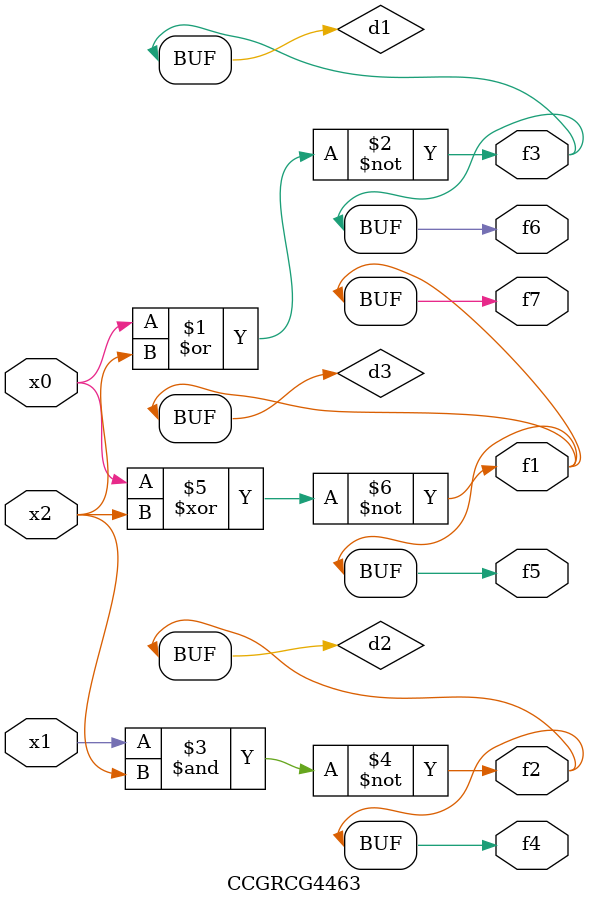
<source format=v>
module CCGRCG4463(
	input x0, x1, x2,
	output f1, f2, f3, f4, f5, f6, f7
);

	wire d1, d2, d3;

	nor (d1, x0, x2);
	nand (d2, x1, x2);
	xnor (d3, x0, x2);
	assign f1 = d3;
	assign f2 = d2;
	assign f3 = d1;
	assign f4 = d2;
	assign f5 = d3;
	assign f6 = d1;
	assign f7 = d3;
endmodule

</source>
